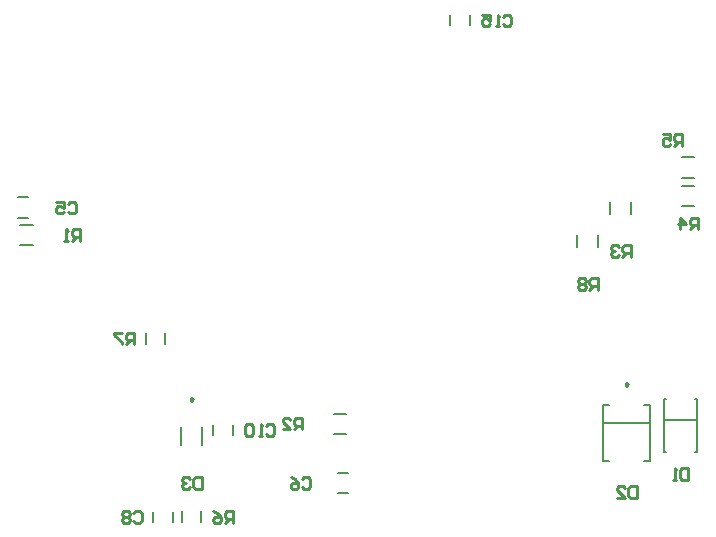
<source format=gbo>
%FSTAX23Y23*%
%MOIN*%
%SFA1B1*%

%IPPOS*%
%ADD10C,0.007870*%
%ADD11C,0.009840*%
%ADD15C,0.010000*%
%LNpcb_down-1*%
%LPD*%
G54D10*
X0222Y01309D02*
Y0135D01*
X02289Y01309D02*
Y0135D01*
X0211Y01199D02*
Y0124D01*
X02179Y01199D02*
Y0124D01*
X01685Y01938D02*
Y01971D01*
X01754Y01938D02*
Y01971D01*
X02459Y01335D02*
X025D01*
X02459Y01404D02*
X025D01*
X02459Y0143D02*
X025D01*
X02459Y01499D02*
X025D01*
X01298Y00575D02*
X01339D01*
X01298Y00644D02*
X01339D01*
X01314Y00378D02*
X01347D01*
X01314Y00447D02*
X01347D01*
X00764Y00283D02*
Y00316D01*
X00695Y00283D02*
Y00316D01*
X00964Y00573D02*
Y00606D01*
X00895Y00573D02*
Y00606D01*
X00736Y00876D02*
Y00913D01*
X00673Y00876D02*
Y00913D01*
X00793Y00281D02*
Y00318D01*
X00856Y00281D02*
Y00318D01*
X00858Y00539D02*
Y006D01*
X00791Y00539D02*
Y006D01*
X00254Y01205D02*
X00296D01*
X00254Y01274D02*
X00296D01*
X00247Y01365D02*
X0028D01*
X00247Y01296D02*
X0028D01*
X022Y00614D02*
X02349D01*
X02197Y00673D02*
X02215D01*
X02334D02*
X02352D01*
Y00486D02*
Y00673D01*
X02197Y00486D02*
X02215D01*
X02334D02*
X02352D01*
X02197D02*
Y00673D01*
X02403Y00624D02*
X02506D01*
X024Y00693D02*
X02407D01*
X02502D02*
X02509D01*
Y00516D02*
Y00693D01*
X024Y00516D02*
X02407D01*
X02502D02*
X02509D01*
X024D02*
Y00693D01*
G54D11*
X00829Y00691D02*
X00822Y00695D01*
Y00686*
X00829Y00691*
X02279Y00741D02*
X02272Y00745D01*
Y00737*
X02279Y00741*
G54D15*
X02288Y01166D02*
Y01205D01*
X02268*
X02261Y01198*
Y01185*
X02268Y01179*
X02288*
X02274D02*
X02261Y01166D01*
X02248Y01198D02*
X02242Y01205D01*
X02228*
X02222Y01198*
Y01192*
X02228Y01185*
X02235*
X02228*
X02222Y01179*
Y01172*
X02228Y01166*
X02242*
X02248Y01172*
X02178Y01056D02*
Y01095D01*
X02158*
X02151Y01088*
Y01075*
X02158Y01069*
X02178*
X02164D02*
X02151Y01056D01*
X02138Y01088D02*
X02132Y01095D01*
X02118*
X02112Y01088*
Y01082*
X02118Y01075*
X02112Y01069*
Y01062*
X02118Y01056*
X02132*
X02138Y01062*
Y01069*
X02132Y01075*
X02138Y01082*
Y01088*
X02132Y01075D02*
X02118D01*
X01864Y01967D02*
X01871Y01974D01*
X01884*
X01891Y01967*
Y01941*
X01884Y01935*
X01871*
X01864Y01941*
X01851Y01935D02*
X01838D01*
X01845*
Y01974*
X01851Y01967*
X01792Y01974D02*
X01818D01*
Y01954*
X01805Y01961*
X01799*
X01792Y01954*
Y01941*
X01799Y01935*
X01812*
X01818Y01941*
X00633Y00875D02*
Y00914D01*
X00613*
X00606Y00907*
Y00894*
X00613Y00888*
X00633*
X00619D02*
X00606Y00875D01*
X00593Y00914D02*
X00567D01*
Y00907*
X00593Y00881*
Y00875*
X00963Y0028D02*
Y00319D01*
X00943*
X00936Y00312*
Y00299*
X00943Y00293*
X00963*
X00949D02*
X00936Y0028D01*
X00897Y00319D02*
X0091Y00312D01*
X00923Y00299*
Y00286*
X00917Y0028*
X00903*
X00897Y00286*
Y00293*
X00903Y00299*
X00923*
X02461Y01537D02*
Y01576D01*
X02441*
X02434Y01569*
Y01556*
X02441Y0155*
X02461*
X02447D02*
X02434Y01537D01*
X02395Y01576D02*
X02421D01*
Y01556*
X02408Y01563*
X02401*
X02395Y01556*
Y01543*
X02401Y01537*
X02415*
X02421Y01543*
X02513Y01258D02*
Y01297D01*
X02493*
X02486Y0129*
Y01277*
X02493Y01271*
X02513*
X02499D02*
X02486Y01258D01*
X02453D02*
Y01297D01*
X02473Y01277*
X02447*
X01194Y00591D02*
Y0063D01*
X01174*
X01167Y00623*
Y0061*
X01174Y00604*
X01194*
X0118D02*
X01167Y00591D01*
X01128D02*
X01154D01*
X01128Y00617*
Y00623*
X01134Y0063*
X01148*
X01154Y00623*
X00453Y0122D02*
Y01259D01*
X00433*
X00426Y01252*
Y01239*
X00433Y01233*
X00453*
X00439D02*
X00426Y0122D01*
X00413D02*
X004D01*
X00407*
Y01259*
X00413Y01252*
X00858Y00432D02*
Y00393D01*
X00838*
X00831Y00399*
Y00425*
X00838Y00432*
X00858*
X00818Y00425D02*
X00812Y00432D01*
X00798*
X00792Y00425*
Y00419*
X00798Y00412*
X00805*
X00798*
X00792Y00406*
Y00399*
X00798Y00393*
X00812*
X00818Y00399*
X02308Y00403D02*
Y00364D01*
X02288*
X02281Y0037*
Y00396*
X02288Y00403*
X02308*
X02242Y00364D02*
X02268D01*
X02242Y0039*
Y00396*
X02248Y00403*
X02262*
X02268Y00396*
X02481Y00463D02*
Y00424D01*
X02461*
X02454Y0043*
Y00456*
X02461Y00463*
X02481*
X02441Y00424D02*
X02428D01*
X02435*
Y00463*
X02441Y00456*
X01074Y00602D02*
X01081Y00609D01*
X01094*
X01101Y00602*
Y00576*
X01094Y0057*
X01081*
X01074Y00576*
X01061Y0057D02*
X01048D01*
X01055*
Y00609*
X01061Y00602*
X01028D02*
X01022Y00609D01*
X01009*
X01002Y00602*
Y00576*
X01009Y0057*
X01022*
X01028Y00576*
Y00602*
X00631Y00312D02*
X00638Y00319D01*
X00651*
X00658Y00312*
Y00286*
X00651Y0028*
X00638*
X00631Y00286*
X00618Y00312D02*
X00612Y00319D01*
X00598*
X00592Y00312*
Y00306*
X00598Y00299*
X00592Y00293*
Y00286*
X00598Y0028*
X00612*
X00618Y00286*
Y00293*
X00612Y00299*
X00618Y00306*
Y00312*
X00612Y00299D02*
X00598D01*
X01194Y00426D02*
X01201Y00433D01*
X01214*
X01221Y00426*
Y004*
X01214Y00394*
X01201*
X01194Y004*
X01155Y00433D02*
X01168Y00426D01*
X01181Y00413*
Y004*
X01175Y00394*
X01161*
X01155Y004*
Y00407*
X01161Y00413*
X01181*
X00412Y01343D02*
X00419Y0135D01*
X00432*
X00439Y01343*
Y01317*
X00432Y01311*
X00419*
X00412Y01317*
X00373Y0135D02*
X00399D01*
Y0133*
X00386Y01337*
X00379*
X00373Y0133*
Y01317*
X00379Y01311*
X00393*
X00399Y01317*
M02*
</source>
